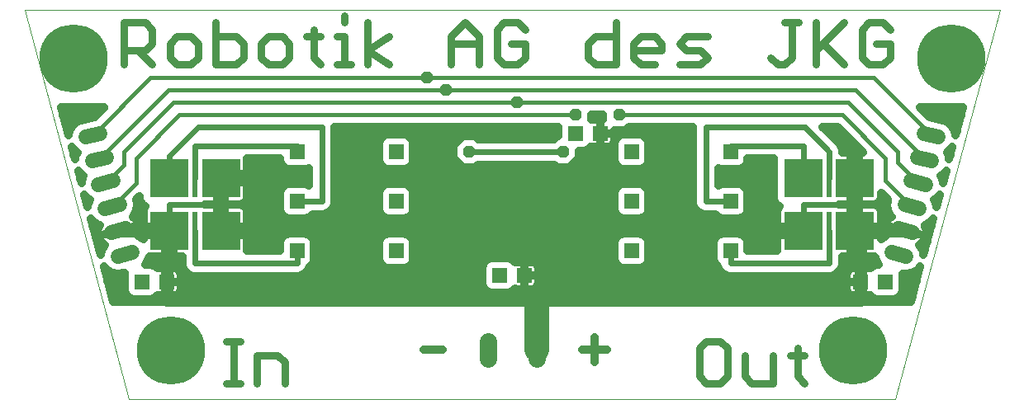
<source format=gtl>
G75*
%MOIN*%
%OFA0B0*%
%FSLAX24Y24*%
%IPPOS*%
%LPD*%
%AMOC8*
5,1,8,0,0,1.08239X$1,22.5*
%
%ADD10C,0.0000*%
%ADD11C,0.0300*%
%ADD12C,0.0705*%
%ADD13R,0.0591X0.0591*%
%ADD14R,0.1575X0.1575*%
%ADD15R,0.0236X0.1575*%
%ADD16C,0.0600*%
%ADD17C,0.0240*%
%ADD18C,0.0500*%
%ADD19C,0.1000*%
%ADD20C,0.0320*%
%ADD21OC8,0.0472*%
%ADD22C,0.0160*%
%ADD23C,0.2756*%
D10*
X015374Y006799D02*
X011142Y022547D01*
X050512Y022547D01*
X046280Y006799D01*
X015374Y006799D01*
D11*
X019292Y007449D02*
X019859Y007449D01*
X019576Y007449D02*
X019576Y009150D01*
X019859Y009150D02*
X019292Y009150D01*
X020520Y008583D02*
X021370Y008583D01*
X021654Y008300D01*
X021654Y007449D01*
X020520Y007449D02*
X020520Y008583D01*
X038381Y008867D02*
X038381Y007732D01*
X038665Y007449D01*
X039232Y007449D01*
X039515Y007732D01*
X039515Y008867D01*
X039232Y009150D01*
X038665Y009150D01*
X038381Y008867D01*
X040223Y008583D02*
X040223Y007732D01*
X040506Y007449D01*
X041357Y007449D01*
X041357Y008583D01*
X042064Y008583D02*
X042631Y008583D01*
X042348Y008867D02*
X042348Y007732D01*
X042631Y007449D01*
X043101Y020335D02*
X043101Y022036D01*
X043101Y020335D01*
X043101Y020902D02*
X044235Y022036D01*
X043101Y020902D01*
X043384Y021185D02*
X044235Y020335D01*
X043384Y021185D01*
X042393Y022036D02*
X041826Y022036D01*
X042393Y022036D01*
X042110Y022036D02*
X042110Y020618D01*
X041826Y020335D01*
X041543Y020335D01*
X041259Y020618D01*
X041543Y020335D01*
X041826Y020335D01*
X042110Y020618D01*
X042110Y022036D01*
X044942Y021753D02*
X044942Y020618D01*
X045226Y020335D01*
X045793Y020335D01*
X046077Y020618D01*
X046077Y021185D01*
X045509Y021185D01*
X046077Y021185D01*
X046077Y020618D01*
X045793Y020335D01*
X045226Y020335D01*
X044942Y020618D01*
X044942Y021753D01*
X045226Y022036D01*
X045793Y022036D01*
X046077Y021753D01*
X045793Y022036D01*
X045226Y022036D01*
X044942Y021753D01*
X038710Y021469D02*
X037860Y021469D01*
X037576Y021185D01*
X037860Y020902D01*
X038427Y020902D01*
X038710Y020618D01*
X038427Y020335D01*
X037576Y020335D01*
X038427Y020335D01*
X038710Y020618D01*
X038427Y020902D01*
X037860Y020902D01*
X037576Y021185D01*
X037860Y021469D01*
X038710Y021469D01*
X036869Y021185D02*
X036869Y020902D01*
X035734Y020902D01*
X036869Y020902D01*
X036869Y021185D01*
X036585Y021469D01*
X036018Y021469D01*
X035734Y021185D01*
X035734Y020618D01*
X036018Y020335D01*
X036585Y020335D01*
X036018Y020335D01*
X035734Y020618D01*
X035734Y021185D01*
X036018Y021469D01*
X036585Y021469D01*
X036869Y021185D01*
X035027Y021469D02*
X034176Y021469D01*
X033893Y021185D01*
X033893Y020618D01*
X034176Y020335D01*
X035027Y020335D01*
X035027Y022036D01*
X035027Y020335D01*
X034176Y020335D01*
X033893Y020618D01*
X033893Y021185D01*
X034176Y021469D01*
X035027Y021469D01*
X031344Y021753D02*
X031060Y022036D01*
X030493Y022036D01*
X030210Y021753D01*
X030210Y020618D01*
X030493Y020335D01*
X031060Y020335D01*
X031344Y020618D01*
X031344Y021185D01*
X030777Y021185D01*
X031344Y021185D01*
X031344Y020618D01*
X031060Y020335D01*
X030493Y020335D01*
X030210Y020618D01*
X030210Y021753D01*
X030493Y022036D01*
X031060Y022036D01*
X031344Y021753D01*
X029502Y021469D02*
X029502Y020335D01*
X029502Y021469D01*
X028935Y022036D01*
X028368Y021469D01*
X028368Y020335D01*
X028368Y021469D01*
X028935Y022036D01*
X029502Y021469D01*
X029502Y021185D02*
X028368Y021185D01*
X029502Y021185D01*
X025843Y021469D02*
X024992Y020902D01*
X025843Y020335D01*
X024992Y020902D01*
X025843Y021469D01*
X024992Y022036D02*
X024992Y020335D01*
X024992Y022036D01*
X024048Y022036D02*
X024048Y022320D01*
X024048Y022036D01*
X024048Y021469D02*
X024048Y020335D01*
X024048Y021469D01*
X023764Y021469D01*
X024048Y021469D01*
X023104Y021469D02*
X022536Y021469D01*
X023104Y021469D01*
X022820Y021753D02*
X022820Y020618D01*
X023104Y020335D01*
X022820Y020618D01*
X022820Y021753D01*
X021829Y021185D02*
X021546Y021469D01*
X020978Y021469D01*
X020695Y021185D01*
X020695Y020618D01*
X020978Y020335D01*
X021546Y020335D01*
X021829Y020618D01*
X021829Y021185D01*
X021546Y021469D01*
X020978Y021469D01*
X020695Y021185D01*
X020695Y020618D01*
X020978Y020335D01*
X021546Y020335D01*
X021829Y020618D01*
X021829Y021185D01*
X023764Y020335D02*
X024331Y020335D01*
X023764Y020335D01*
X019988Y020618D02*
X019988Y021185D01*
X019704Y021469D01*
X018853Y021469D01*
X019704Y021469D01*
X019988Y021185D01*
X019988Y020618D01*
X019704Y020335D01*
X018853Y020335D01*
X018853Y022036D01*
X018853Y020335D01*
X019704Y020335D01*
X019988Y020618D01*
X018146Y020618D02*
X018146Y021185D01*
X017862Y021469D01*
X017295Y021469D01*
X017012Y021185D01*
X017012Y020618D01*
X017295Y020335D01*
X017862Y020335D01*
X018146Y020618D01*
X018146Y021185D01*
X017862Y021469D01*
X017295Y021469D01*
X017012Y021185D01*
X017012Y020618D01*
X017295Y020335D01*
X017862Y020335D01*
X018146Y020618D01*
X016304Y020335D02*
X015737Y020902D01*
X016304Y020335D01*
X016021Y020902D02*
X015170Y020902D01*
X016021Y020902D01*
X016304Y021185D01*
X016304Y021753D01*
X016021Y022036D01*
X015170Y022036D01*
X015170Y020335D01*
X015170Y022036D01*
X016021Y022036D01*
X016304Y021753D01*
X016304Y021185D01*
X016021Y020902D01*
D12*
X029843Y009151D02*
X029843Y008446D01*
X031811Y008446D02*
X031811Y009151D01*
D13*
X031327Y011799D03*
X030327Y011799D03*
X026142Y012799D03*
X026142Y014799D03*
X026142Y016799D03*
X022142Y016799D03*
X022142Y014799D03*
X022142Y012799D03*
X016892Y011549D03*
X015892Y011549D03*
X033392Y017549D03*
X034392Y017549D03*
X035642Y016799D03*
X035642Y014799D03*
X035642Y012799D03*
X039642Y012799D03*
X039642Y014799D03*
X039642Y016799D03*
X044892Y011549D03*
X045892Y011549D03*
D14*
X044666Y013610D03*
X042579Y013610D03*
X042579Y015736D03*
X044666Y015736D03*
X019075Y015736D03*
X016988Y015736D03*
X016988Y013610D03*
X019075Y013610D03*
D15*
X018032Y013610D03*
X018032Y015736D03*
X043622Y015736D03*
X043622Y013610D03*
D16*
X046158Y012724D02*
X046737Y012569D01*
X046996Y013535D02*
X046417Y013690D01*
X046675Y014656D02*
X047255Y014500D01*
X047514Y015466D02*
X046934Y015622D01*
X047193Y016588D02*
X047773Y016432D01*
X048032Y017398D02*
X047452Y017554D01*
X015496Y012724D02*
X014917Y012569D01*
X014658Y013535D02*
X015237Y013690D01*
X014979Y014656D02*
X014399Y014500D01*
X014140Y015466D02*
X014720Y015622D01*
X014461Y016588D02*
X013881Y016432D01*
X013623Y017398D02*
X014202Y017554D01*
D17*
X016988Y016645D02*
X016988Y015736D01*
X016988Y016645D02*
X018142Y017799D01*
X023142Y017799D01*
X023142Y014799D01*
X022142Y014799D01*
X019075Y014673D02*
X019075Y013610D01*
X019075Y015736D01*
X018032Y015736D02*
X018032Y017049D01*
X022142Y017049D01*
X022142Y016799D01*
X019075Y014673D02*
X016988Y014673D01*
X016988Y013610D01*
X016988Y013612D01*
X016892Y013612D01*
X018032Y013610D02*
X018032Y012299D01*
X022142Y012299D01*
X022142Y012799D01*
X029077Y016799D02*
X032892Y016799D01*
X038642Y017799D02*
X038642Y014799D01*
X039642Y014799D01*
X042579Y014673D02*
X042579Y013610D01*
X043622Y013610D02*
X043622Y012299D01*
X039642Y012299D01*
X039642Y012799D01*
X042579Y014673D02*
X044666Y014673D01*
X044666Y015736D01*
X044666Y013610D01*
X044892Y013610D01*
X044666Y013612D02*
X044666Y013610D01*
X043622Y015736D02*
X043622Y016819D01*
X042642Y017799D01*
X038642Y017799D01*
X039642Y017049D02*
X042579Y017049D01*
X042579Y015736D01*
X042579Y015799D01*
X039642Y016799D02*
X039642Y017049D01*
X031811Y011799D02*
X031811Y010799D01*
X031811Y011799D02*
X031327Y011799D01*
D18*
X031811Y010799D02*
X044892Y010799D01*
X044892Y011549D01*
X044892Y013610D01*
X044666Y013612D02*
X046706Y013612D01*
X031811Y010799D02*
X016892Y010799D01*
X016892Y011549D01*
X016892Y013612D01*
X014948Y013612D01*
D19*
X031811Y010799D02*
X031811Y008799D01*
D20*
X033642Y008799D02*
X034142Y008799D01*
X034142Y009299D01*
X034142Y008799D02*
X034142Y008299D01*
X034142Y008799D02*
X034642Y008799D01*
X031824Y011338D02*
X031853Y011380D01*
X031872Y011428D01*
X031882Y011478D01*
X031882Y011799D01*
X031882Y012120D01*
X031872Y012170D01*
X031853Y012217D01*
X031824Y012260D01*
X031788Y012296D01*
X031745Y012325D01*
X031698Y012344D01*
X031648Y012354D01*
X031327Y012354D01*
X031006Y012354D01*
X030956Y012344D01*
X030943Y012339D01*
X030849Y012433D01*
X030702Y012494D01*
X029952Y012494D01*
X029805Y012433D01*
X029693Y012321D01*
X029632Y012174D01*
X029632Y011424D01*
X029693Y011277D01*
X029805Y011164D01*
X029952Y011104D01*
X030702Y011104D01*
X030849Y011164D01*
X030943Y011259D01*
X030956Y011254D01*
X031006Y011244D01*
X031327Y011244D01*
X031648Y011244D01*
X031698Y011254D01*
X031745Y011273D01*
X031788Y011302D01*
X031824Y011338D01*
X031708Y011258D02*
X044337Y011258D01*
X044337Y011228D02*
X044347Y011178D01*
X044366Y011130D01*
X044395Y011088D01*
X044431Y011052D01*
X044474Y011023D01*
X044521Y011004D01*
X044571Y010994D01*
X044892Y010994D01*
X045213Y010994D01*
X045263Y011004D01*
X045276Y011009D01*
X045370Y010914D01*
X045517Y010854D01*
X046267Y010854D01*
X046414Y010914D01*
X046526Y011027D01*
X046587Y011174D01*
X046587Y011884D01*
X046691Y011856D01*
X046967Y011893D01*
X047208Y012032D01*
X047307Y012160D01*
X046924Y010736D01*
X014730Y010736D01*
X014348Y012160D01*
X014446Y012032D01*
X014687Y011893D01*
X014963Y011856D01*
X015197Y011919D01*
X015197Y011174D01*
X015258Y011027D01*
X015370Y010914D01*
X015517Y010854D01*
X016267Y010854D01*
X016414Y010914D01*
X016508Y011009D01*
X016521Y011004D01*
X016571Y010994D01*
X016892Y010994D01*
X017213Y010994D01*
X017263Y011004D01*
X017310Y011023D01*
X017353Y011052D01*
X017389Y011088D01*
X017418Y011130D01*
X017437Y011178D01*
X017447Y011228D01*
X017447Y011549D01*
X017447Y011870D01*
X017437Y011920D01*
X017418Y011967D01*
X017389Y012010D01*
X017353Y012046D01*
X017310Y012075D01*
X017263Y012094D01*
X017213Y012104D01*
X016892Y012104D01*
X016571Y012104D01*
X016521Y012094D01*
X016508Y012089D01*
X016414Y012183D01*
X016267Y012244D01*
X016021Y012244D01*
X016033Y012253D01*
X016172Y012494D01*
X016181Y012562D01*
X016828Y012562D01*
X016828Y013450D01*
X015941Y013450D01*
X015941Y013275D01*
X015726Y013400D01*
X015717Y013401D01*
X015744Y013448D01*
X015776Y013530D01*
X015794Y013616D01*
X015799Y013705D01*
X015790Y013792D01*
X015778Y013835D01*
X015767Y013877D01*
X015731Y013958D01*
X015683Y014032D01*
X015624Y014097D01*
X015556Y014153D01*
X015508Y014180D01*
X015515Y014185D01*
X015654Y014426D01*
X015691Y014702D01*
X015649Y014859D01*
X015801Y015012D01*
X015801Y014869D01*
X015862Y014722D01*
X015974Y014609D01*
X016025Y014589D01*
X015999Y014563D01*
X015971Y014520D01*
X015951Y014473D01*
X015941Y014423D01*
X015941Y013770D01*
X016828Y013770D01*
X016828Y013450D01*
X017148Y013450D01*
X017148Y012562D01*
X017512Y012562D01*
X017512Y012195D01*
X017591Y012004D01*
X017737Y011858D01*
X017928Y011779D01*
X022245Y011779D01*
X022437Y011858D01*
X022583Y012004D01*
X022646Y012157D01*
X022664Y012164D01*
X022776Y012277D01*
X022837Y012424D01*
X022837Y013174D01*
X022776Y013321D01*
X022664Y013433D01*
X022517Y013494D01*
X021767Y013494D01*
X021620Y013433D01*
X021508Y013321D01*
X021447Y013174D01*
X021447Y012819D01*
X020122Y012819D01*
X020122Y013450D01*
X019235Y013450D01*
X019235Y013770D01*
X018915Y013770D01*
X018915Y014657D01*
X018456Y014657D01*
X018440Y014673D01*
X018456Y014688D01*
X018915Y014688D01*
X018915Y015576D01*
X019235Y015576D01*
X019235Y015896D01*
X020122Y015896D01*
X020122Y016529D01*
X021447Y016529D01*
X021447Y016424D01*
X021508Y016277D01*
X021620Y016164D01*
X021767Y016104D01*
X022517Y016104D01*
X022622Y016147D01*
X022622Y015451D01*
X022517Y015494D01*
X021767Y015494D01*
X021620Y015433D01*
X021508Y015321D01*
X021447Y015174D01*
X021447Y014424D01*
X021508Y014277D01*
X021620Y014164D01*
X021767Y014104D01*
X022517Y014104D01*
X022664Y014164D01*
X022776Y014277D01*
X022777Y014279D01*
X023245Y014279D01*
X023437Y014358D01*
X023583Y014504D01*
X023662Y014695D01*
X023662Y017819D01*
X032697Y017819D01*
X032697Y017435D01*
X032628Y017435D01*
X032512Y017319D01*
X029457Y017319D01*
X029341Y017435D01*
X028814Y017435D01*
X028441Y017062D01*
X028441Y016535D01*
X028814Y016163D01*
X029341Y016163D01*
X029457Y016279D01*
X032512Y016279D01*
X032628Y016163D01*
X033156Y016163D01*
X033528Y016535D01*
X033528Y016854D01*
X033767Y016854D01*
X033914Y016914D01*
X034008Y017009D01*
X034021Y017004D01*
X034071Y016994D01*
X034392Y016994D01*
X034713Y016994D01*
X034763Y017004D01*
X034810Y017023D01*
X034853Y017052D01*
X034889Y017088D01*
X034918Y017130D01*
X034937Y017178D01*
X034947Y017228D01*
X034947Y017549D01*
X034947Y017663D01*
X035406Y017663D01*
X035562Y017819D01*
X038122Y017819D01*
X038122Y014695D01*
X038201Y014504D01*
X038347Y014358D01*
X038539Y014279D01*
X039007Y014279D01*
X039008Y014277D01*
X039120Y014164D01*
X039267Y014104D01*
X040017Y014104D01*
X040164Y014164D01*
X040276Y014277D01*
X040337Y014424D01*
X040337Y015174D01*
X040276Y015321D01*
X040164Y015433D01*
X040017Y015494D01*
X039267Y015494D01*
X039162Y015451D01*
X039162Y016147D01*
X039267Y016104D01*
X040017Y016104D01*
X040164Y016164D01*
X040276Y016277D01*
X040337Y016424D01*
X040337Y016529D01*
X041392Y016529D01*
X041392Y014869D01*
X041452Y014722D01*
X041565Y014609D01*
X041615Y014589D01*
X041590Y014563D01*
X041561Y014520D01*
X041542Y014473D01*
X041532Y014423D01*
X041532Y013770D01*
X042419Y013770D01*
X042419Y013450D01*
X041532Y013450D01*
X041532Y012819D01*
X040337Y012819D01*
X040337Y013174D01*
X040276Y013321D01*
X040164Y013433D01*
X040017Y013494D01*
X039267Y013494D01*
X039120Y013433D01*
X039008Y013321D01*
X038947Y013174D01*
X038947Y012424D01*
X039008Y012277D01*
X039120Y012164D01*
X039138Y012157D01*
X039201Y012004D01*
X039347Y011858D01*
X039539Y011779D01*
X043726Y011779D01*
X043917Y011858D01*
X044063Y012004D01*
X044142Y012195D01*
X044142Y012562D01*
X044506Y012562D01*
X044506Y013450D01*
X044826Y013450D01*
X044826Y013770D01*
X045713Y013770D01*
X045713Y014423D01*
X045703Y014473D01*
X045683Y014520D01*
X045655Y014563D01*
X045619Y014599D01*
X045576Y014628D01*
X045529Y014647D01*
X045479Y014657D01*
X044826Y014657D01*
X044826Y013770D01*
X044506Y013770D01*
X044506Y014657D01*
X044046Y014657D01*
X044031Y014673D01*
X044046Y014688D01*
X044506Y014688D01*
X044506Y015576D01*
X044826Y015576D01*
X044826Y014688D01*
X045479Y014688D01*
X045529Y014698D01*
X045576Y014718D01*
X045619Y014746D01*
X045655Y014783D01*
X045683Y014825D01*
X045703Y014873D01*
X045713Y014923D01*
X045713Y015152D01*
X046005Y014859D01*
X045963Y014702D01*
X046000Y014426D01*
X046139Y014185D01*
X046146Y014180D01*
X046099Y014153D01*
X046030Y014097D01*
X045971Y014032D01*
X045923Y013958D01*
X045887Y013877D01*
X045876Y013835D01*
X046706Y013612D01*
X045876Y013835D01*
X045864Y013792D01*
X045855Y013705D01*
X045860Y013616D01*
X045878Y013530D01*
X045910Y013448D01*
X045937Y013401D01*
X045928Y013400D01*
X045713Y013275D01*
X045713Y013450D01*
X044826Y013450D01*
X044826Y012562D01*
X045473Y012562D01*
X045482Y012494D01*
X045621Y012253D01*
X045633Y012244D01*
X045517Y012244D01*
X045370Y012183D01*
X045276Y012089D01*
X045263Y012094D01*
X045213Y012104D01*
X044892Y012104D01*
X044571Y012104D01*
X044521Y012094D01*
X044474Y012075D01*
X044431Y012046D01*
X044395Y012010D01*
X044366Y011967D01*
X044347Y011920D01*
X044337Y011870D01*
X044337Y011549D01*
X044892Y011549D01*
X044892Y012104D01*
X044892Y011549D01*
X044892Y011549D01*
X044892Y011549D01*
X044337Y011549D01*
X044337Y011228D01*
X044337Y011576D02*
X031882Y011576D01*
X031882Y011799D02*
X031327Y011799D01*
X031327Y012354D01*
X031327Y011799D01*
X031327Y011799D01*
X031882Y011799D01*
X031882Y011895D02*
X039311Y011895D01*
X039071Y012213D02*
X036213Y012213D01*
X036164Y012164D02*
X036276Y012277D01*
X036337Y012424D01*
X036337Y013174D01*
X036276Y013321D01*
X036164Y013433D01*
X036017Y013494D01*
X035267Y013494D01*
X035120Y013433D01*
X035008Y013321D01*
X034947Y013174D01*
X034947Y012424D01*
X035008Y012277D01*
X035120Y012164D01*
X035267Y012104D01*
X036017Y012104D01*
X036164Y012164D01*
X036337Y012532D02*
X038947Y012532D01*
X038947Y012850D02*
X036337Y012850D01*
X036337Y013169D02*
X038947Y013169D01*
X039251Y013487D02*
X036033Y013487D01*
X035251Y013487D02*
X026533Y013487D01*
X026517Y013494D02*
X025767Y013494D01*
X025620Y013433D01*
X025508Y013321D01*
X025447Y013174D01*
X025447Y012424D01*
X025508Y012277D01*
X025620Y012164D01*
X025767Y012104D01*
X026517Y012104D01*
X026664Y012164D01*
X026776Y012277D01*
X026837Y012424D01*
X026837Y013174D01*
X026776Y013321D01*
X026664Y013433D01*
X026517Y013494D01*
X026837Y013169D02*
X034947Y013169D01*
X034947Y012850D02*
X026837Y012850D01*
X026837Y012532D02*
X034947Y012532D01*
X035071Y012213D02*
X031854Y012213D01*
X031327Y012213D02*
X031327Y012213D01*
X031327Y011895D02*
X031327Y011895D01*
X031327Y011799D02*
X031327Y011799D01*
X031327Y011799D01*
X031327Y011244D01*
X031327Y011799D01*
X031327Y011576D02*
X031327Y011576D01*
X031327Y011258D02*
X031327Y011258D01*
X030946Y011258D02*
X030942Y011258D01*
X029712Y011258D02*
X017447Y011258D01*
X017447Y011549D02*
X016892Y011549D01*
X016892Y012104D01*
X016892Y011549D01*
X016892Y011549D01*
X017447Y011549D01*
X017447Y011576D02*
X029632Y011576D01*
X029632Y011895D02*
X022473Y011895D01*
X022713Y012213D02*
X025571Y012213D01*
X025447Y012532D02*
X022837Y012532D01*
X022837Y012850D02*
X025447Y012850D01*
X025447Y013169D02*
X022837Y013169D01*
X022533Y013487D02*
X025751Y013487D01*
X025767Y014104D02*
X026517Y014104D01*
X026664Y014164D01*
X026776Y014277D01*
X026837Y014424D01*
X026837Y015174D01*
X026776Y015321D01*
X026664Y015433D01*
X026517Y015494D01*
X025767Y015494D01*
X025620Y015433D01*
X025508Y015321D01*
X025447Y015174D01*
X025447Y014424D01*
X025508Y014277D01*
X025620Y014164D01*
X025767Y014104D01*
X025717Y014124D02*
X022567Y014124D01*
X021717Y014124D02*
X020122Y014124D01*
X020122Y014423D02*
X020122Y013770D01*
X019235Y013770D01*
X019235Y014657D01*
X019888Y014657D01*
X019938Y014647D01*
X019986Y014628D01*
X020028Y014599D01*
X020064Y014563D01*
X020093Y014520D01*
X020112Y014473D01*
X020122Y014423D01*
X020118Y014443D02*
X021447Y014443D01*
X021447Y014761D02*
X020043Y014761D01*
X020028Y014746D02*
X020064Y014783D01*
X020093Y014825D01*
X020112Y014873D01*
X020122Y014923D01*
X020122Y015576D01*
X019235Y015576D01*
X019235Y014688D01*
X019888Y014688D01*
X019938Y014698D01*
X019986Y014718D01*
X020028Y014746D01*
X020122Y015080D02*
X021447Y015080D01*
X021585Y015398D02*
X020122Y015398D01*
X020122Y016035D02*
X022622Y016035D01*
X022622Y015717D02*
X019235Y015717D01*
X019235Y015398D02*
X018915Y015398D01*
X018915Y015080D02*
X019235Y015080D01*
X019235Y014761D02*
X018915Y014761D01*
X018915Y014443D02*
X019235Y014443D01*
X019235Y014124D02*
X018915Y014124D01*
X018915Y013806D02*
X019235Y013806D01*
X019235Y013487D02*
X021751Y013487D01*
X021447Y013169D02*
X020122Y013169D01*
X020122Y012850D02*
X021447Y012850D01*
X020122Y013806D02*
X041532Y013806D01*
X041532Y014124D02*
X040067Y014124D01*
X040337Y014443D02*
X041536Y014443D01*
X041436Y014761D02*
X040337Y014761D01*
X040337Y015080D02*
X041392Y015080D01*
X041392Y015398D02*
X040199Y015398D01*
X040308Y016354D02*
X041392Y016354D01*
X041392Y016035D02*
X039162Y016035D01*
X039162Y015717D02*
X041392Y015717D01*
X043357Y017819D02*
X043917Y017259D01*
X044063Y017113D01*
X044142Y016922D01*
X044142Y016783D01*
X044506Y016783D01*
X044506Y015896D01*
X044826Y015896D01*
X044826Y016783D01*
X044979Y016783D01*
X043943Y017819D01*
X043357Y017819D01*
X043548Y017628D02*
X044134Y017628D01*
X043867Y017309D02*
X044453Y017309D01*
X044771Y016991D02*
X044114Y016991D01*
X044506Y016672D02*
X044826Y016672D01*
X044826Y016354D02*
X044506Y016354D01*
X044506Y016035D02*
X044826Y016035D01*
X044826Y015398D02*
X044506Y015398D01*
X044506Y015080D02*
X044826Y015080D01*
X044826Y014761D02*
X044506Y014761D01*
X044506Y014443D02*
X044826Y014443D01*
X044826Y014124D02*
X044506Y014124D01*
X044506Y013806D02*
X044826Y013806D01*
X044826Y013487D02*
X045895Y013487D01*
X045868Y013806D02*
X045713Y013806D01*
X045984Y013806D02*
X045984Y013806D01*
X046063Y014124D02*
X045713Y014124D01*
X045709Y014443D02*
X045997Y014443D01*
X045979Y014761D02*
X045634Y014761D01*
X045713Y015080D02*
X045785Y015080D01*
X046706Y013612D02*
X046706Y013612D01*
X046706Y013612D01*
X047537Y013390D01*
X047549Y013432D01*
X047558Y013520D01*
X047553Y013608D01*
X047535Y013694D01*
X047503Y013776D01*
X047476Y013824D01*
X047484Y013825D01*
X047726Y013964D01*
X047827Y014095D01*
X047434Y012637D01*
X047413Y012798D01*
X047274Y013039D01*
X047267Y013044D01*
X047314Y013072D01*
X047383Y013127D01*
X047442Y013193D01*
X047490Y013266D01*
X047526Y013347D01*
X047537Y013390D01*
X046706Y013612D01*
X047172Y013487D02*
X047172Y013487D01*
X047554Y013487D02*
X047663Y013487D01*
X047578Y013169D02*
X047420Y013169D01*
X047383Y012850D02*
X047492Y012850D01*
X047486Y013806D02*
X047749Y013806D01*
X047953Y014565D02*
X047931Y014730D01*
X047858Y014857D01*
X047984Y014930D01*
X048087Y015063D01*
X047953Y014565D01*
X047913Y014761D02*
X048006Y014761D01*
X048212Y015529D02*
X048190Y015696D01*
X048117Y015823D01*
X048243Y015896D01*
X048347Y016030D01*
X048212Y015529D01*
X048178Y015717D02*
X048262Y015717D01*
X048471Y016493D02*
X048449Y016662D01*
X048375Y016788D01*
X048502Y016862D01*
X048607Y016998D01*
X048471Y016493D01*
X048442Y016672D02*
X048519Y016672D01*
X048601Y016991D02*
X048605Y016991D01*
X048730Y017457D02*
X048707Y017628D01*
X048776Y017628D01*
X048707Y017628D02*
X048568Y017869D01*
X048347Y018038D01*
X047679Y018217D01*
X047287Y018610D01*
X049040Y018610D01*
X048730Y017457D01*
X048861Y017946D02*
X048467Y017946D01*
X048947Y018265D02*
X047632Y018265D01*
X047313Y018583D02*
X049033Y018583D01*
X042419Y013487D02*
X040033Y013487D01*
X040337Y013169D02*
X041532Y013169D01*
X041532Y012850D02*
X040337Y012850D01*
X039217Y014124D02*
X036067Y014124D01*
X036017Y014104D02*
X036164Y014164D01*
X036276Y014277D01*
X036337Y014424D01*
X036337Y015174D01*
X036276Y015321D01*
X036164Y015433D01*
X036017Y015494D01*
X035267Y015494D01*
X035120Y015433D01*
X035008Y015321D01*
X034947Y015174D01*
X034947Y014424D01*
X035008Y014277D01*
X035120Y014164D01*
X035267Y014104D01*
X036017Y014104D01*
X036337Y014443D02*
X038263Y014443D01*
X038122Y014761D02*
X036337Y014761D01*
X036337Y015080D02*
X038122Y015080D01*
X038122Y015398D02*
X036199Y015398D01*
X036017Y016104D02*
X035267Y016104D01*
X035120Y016164D01*
X035008Y016277D01*
X034947Y016424D01*
X034947Y017174D01*
X035008Y017321D01*
X035120Y017433D01*
X035267Y017494D01*
X036017Y017494D01*
X036164Y017433D01*
X036276Y017321D01*
X036337Y017174D01*
X036337Y016424D01*
X036276Y016277D01*
X036164Y016164D01*
X036017Y016104D01*
X036308Y016354D02*
X038122Y016354D01*
X038122Y016672D02*
X036337Y016672D01*
X036337Y016991D02*
X038122Y016991D01*
X038122Y017309D02*
X036281Y017309D01*
X035003Y017309D02*
X034947Y017309D01*
X034947Y017549D02*
X034392Y017549D01*
X034392Y018104D01*
X034071Y018104D01*
X034028Y018096D01*
X034028Y018319D01*
X034506Y018319D01*
X034506Y018104D01*
X034392Y018104D01*
X034392Y017549D01*
X034392Y017549D01*
X034947Y017549D01*
X034947Y017628D02*
X038122Y017628D01*
X038122Y016035D02*
X023662Y016035D01*
X023662Y015717D02*
X038122Y015717D01*
X035085Y015398D02*
X026699Y015398D01*
X026837Y015080D02*
X034947Y015080D01*
X034947Y014761D02*
X026837Y014761D01*
X026837Y014443D02*
X034947Y014443D01*
X035217Y014124D02*
X026567Y014124D01*
X025447Y014443D02*
X023521Y014443D01*
X023662Y014761D02*
X025447Y014761D01*
X025447Y015080D02*
X023662Y015080D01*
X023662Y015398D02*
X025585Y015398D01*
X025767Y016104D02*
X026517Y016104D01*
X026664Y016164D01*
X026776Y016277D01*
X026837Y016424D01*
X026837Y017174D01*
X026776Y017321D01*
X026664Y017433D01*
X026517Y017494D01*
X025767Y017494D01*
X025620Y017433D01*
X025508Y017321D01*
X025447Y017174D01*
X025447Y016424D01*
X025508Y016277D01*
X025620Y016164D01*
X025767Y016104D01*
X025476Y016354D02*
X023662Y016354D01*
X023662Y016672D02*
X025447Y016672D01*
X025447Y016991D02*
X023662Y016991D01*
X023662Y017309D02*
X025503Y017309D01*
X026781Y017309D02*
X028688Y017309D01*
X028441Y016991D02*
X026837Y016991D01*
X026837Y016672D02*
X028441Y016672D01*
X028622Y016354D02*
X026808Y016354D01*
X023662Y017628D02*
X032697Y017628D01*
X033990Y016991D02*
X034947Y016991D01*
X034947Y016672D02*
X033528Y016672D01*
X033347Y016354D02*
X034976Y016354D01*
X034392Y016994D02*
X034392Y017549D01*
X034392Y017549D01*
X034392Y017549D01*
X034392Y016994D01*
X034392Y017309D02*
X034392Y017309D01*
X034392Y017628D02*
X034392Y017628D01*
X034392Y017946D02*
X034392Y017946D01*
X034506Y018265D02*
X034028Y018265D01*
X029648Y012213D02*
X026713Y012213D01*
X027267Y008799D02*
X028017Y008799D01*
X017700Y011895D02*
X017442Y011895D01*
X017512Y012213D02*
X016341Y012213D01*
X016177Y012532D02*
X017512Y012532D01*
X017148Y012850D02*
X016828Y012850D01*
X016828Y013169D02*
X017148Y013169D01*
X016828Y013487D02*
X015760Y013487D01*
X015786Y013806D02*
X015941Y013806D01*
X015778Y013835D02*
X014948Y013612D01*
X014948Y013612D01*
X015778Y013835D01*
X015670Y013806D02*
X015670Y013806D01*
X015591Y014124D02*
X015941Y014124D01*
X015945Y014443D02*
X015657Y014443D01*
X015675Y014761D02*
X015846Y014761D01*
X014948Y013612D02*
X014948Y013612D01*
X014117Y013390D01*
X014948Y013612D01*
X014482Y013487D02*
X014482Y013487D01*
X014117Y013390D02*
X014128Y013347D01*
X014164Y013266D01*
X014212Y013193D01*
X014271Y013127D01*
X014340Y013072D01*
X014387Y013044D01*
X014380Y013039D01*
X014241Y012798D01*
X014220Y012637D01*
X013828Y014095D01*
X013928Y013964D01*
X014170Y013825D01*
X014178Y013824D01*
X014151Y013776D01*
X014119Y013694D01*
X014101Y013608D01*
X014096Y013520D01*
X014106Y013432D01*
X014117Y013390D01*
X014100Y013487D02*
X013991Y013487D01*
X014077Y013169D02*
X014234Y013169D01*
X014271Y012850D02*
X014162Y012850D01*
X014168Y013806D02*
X013905Y013806D01*
X013701Y014565D02*
X013568Y015063D01*
X013670Y014930D01*
X013796Y014857D01*
X013723Y014730D01*
X013701Y014565D01*
X013741Y014761D02*
X013649Y014761D01*
X013442Y015529D02*
X013308Y016030D01*
X013411Y015896D01*
X013538Y015823D01*
X013464Y015696D01*
X013442Y015529D01*
X013477Y015717D02*
X013392Y015717D01*
X013183Y016493D02*
X013047Y016998D01*
X013152Y016862D01*
X013279Y016788D01*
X013206Y016662D01*
X013183Y016493D01*
X013212Y016672D02*
X013135Y016672D01*
X013053Y016991D02*
X013049Y016991D01*
X012924Y017457D02*
X012614Y018610D01*
X014367Y018610D01*
X013975Y018217D01*
X013307Y018038D01*
X013086Y017869D01*
X012947Y017628D01*
X012878Y017628D01*
X012947Y017628D02*
X012924Y017457D01*
X012793Y017946D02*
X013187Y017946D01*
X012707Y018265D02*
X014022Y018265D01*
X014341Y018583D02*
X012621Y018583D01*
X020122Y016354D02*
X021476Y016354D01*
X016892Y011895D02*
X016892Y011895D01*
X016892Y011576D02*
X016892Y011576D01*
X016892Y011549D02*
X016892Y011549D01*
X016892Y010994D01*
X016892Y011549D01*
X016892Y011549D01*
X016892Y011258D02*
X016892Y011258D01*
X016439Y010939D02*
X045345Y010939D01*
X044892Y010994D02*
X044892Y011549D01*
X044892Y011549D01*
X044892Y010994D01*
X044892Y011258D02*
X044892Y011258D01*
X044892Y011576D02*
X044892Y011576D01*
X044892Y011895D02*
X044892Y011895D01*
X044342Y011895D02*
X043954Y011895D01*
X044142Y012213D02*
X045443Y012213D01*
X045477Y012532D02*
X044142Y012532D01*
X044506Y012850D02*
X044826Y012850D01*
X044826Y013169D02*
X044506Y013169D01*
X046587Y011576D02*
X047150Y011576D01*
X047064Y011258D02*
X046587Y011258D01*
X046439Y010939D02*
X046978Y010939D01*
X046970Y011895D02*
X047235Y011895D01*
X015345Y010939D02*
X014676Y010939D01*
X014590Y011258D02*
X015197Y011258D01*
X015197Y011576D02*
X014505Y011576D01*
X014419Y011895D02*
X014684Y011895D01*
X015107Y011895D02*
X015197Y011895D01*
D21*
X027392Y019799D03*
X028142Y019299D03*
X031017Y018799D03*
X033392Y018299D03*
X035142Y018299D03*
X032892Y016799D03*
X029077Y016799D03*
D22*
X031017Y018799D02*
X044392Y018799D01*
X046392Y016799D01*
X046392Y016376D01*
X047224Y015544D01*
X046965Y014578D02*
X045892Y015651D01*
X045892Y016549D01*
X044142Y018299D01*
X035142Y018299D01*
X033392Y018299D02*
X017392Y018299D01*
X015642Y016549D01*
X015642Y015531D01*
X014689Y014578D01*
X014430Y015544D02*
X015142Y016256D01*
X015142Y016799D01*
X017142Y018799D01*
X031017Y018799D01*
X028142Y019299D02*
X016960Y019299D01*
X014171Y016510D01*
X013912Y017476D02*
X016235Y019799D01*
X027392Y019799D01*
X045419Y019799D01*
X047742Y017476D01*
X047483Y016510D02*
X044694Y019299D01*
X028142Y019299D01*
D23*
X013110Y020578D03*
X017048Y008767D03*
X044607Y008767D03*
X048544Y020578D03*
M02*

</source>
